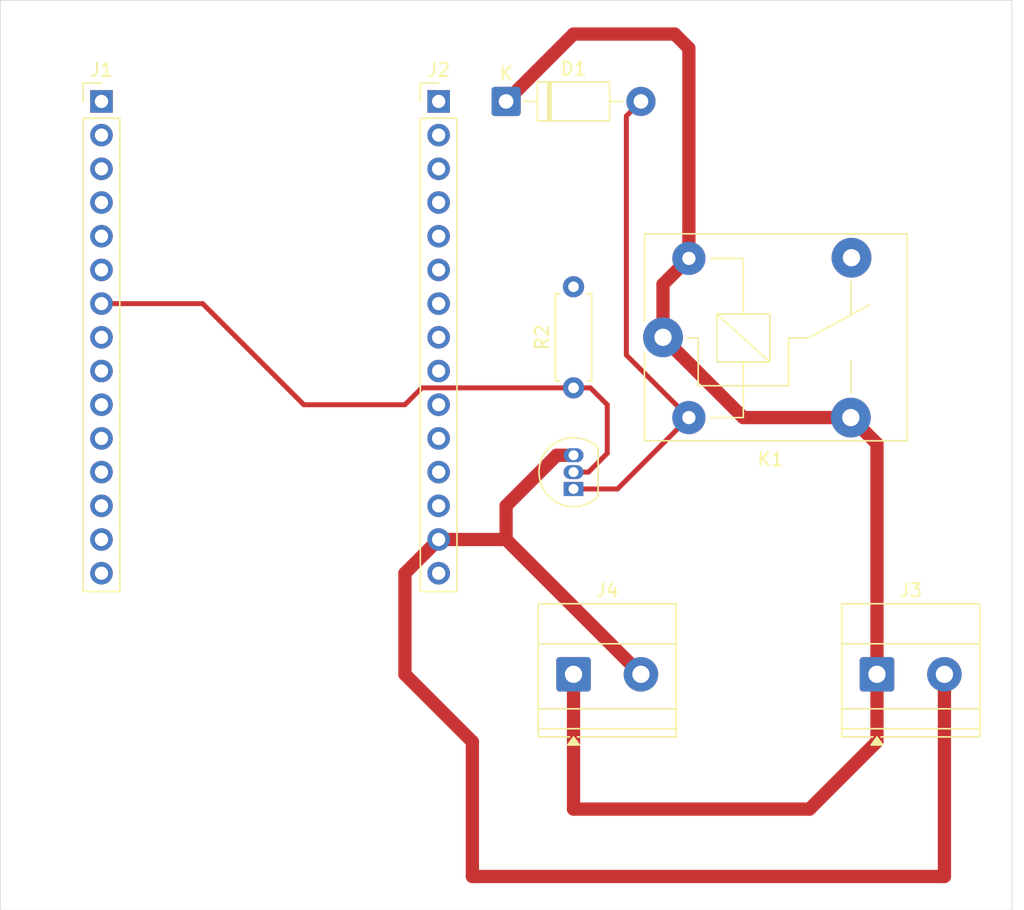
<source format=kicad_pcb>
(kicad_pcb (version 20241229) (generator "pcbnew") (generator_version "9.0")
  (layers (0 "F.Cu" signal) (2 "B.Cu" signal) (13 "F.Paste" user) (15 "B.Paste" user) (5 "F.SilkS" user "F.Silkscreen") (7 "B.SilkS" user "B.Silkscreen") (1 "F.Mask" user) (3 "B.Mask" user) (25 "Edge.Cuts" user))
  (net 0 "")
  (net 1 "Net-(D1-A)")
  (net 2 "+12V")
  (net 10 "/RELAY_TRIG")
  (net 23 "GND")
  (footprint "Resistor_THT:R_Axial_DIN0207_L6.3mm_D2.5mm_P7.62mm_Horizontal" (layer "F.Cu") (at 185.42 102.87 90)
    (property "Reference" "R2" (at 3.81 -2.37 90) (layer "F.SilkS"))
    (property "Value" "1k")
    (fp_line (start 7.08 -1.37) (end 7.08 -1.04) (stroke (width 0.12)) (layer "F.SilkS"))
    (fp_line (start 0.54 -1.37) (end 7.08 -1.37) (stroke (width 0.12)) (layer "F.SilkS"))
    (fp_line (start 0.54 -1.04) (end 0.54 -1.37) (stroke (width 0.12)) (layer "F.SilkS"))
    (fp_line (start 0.54 1.04) (end 0.54 1.37) (stroke (width 0.12)) (layer "F.SilkS"))
    (fp_line (start 7.08 1.37) (end 7.08 1.04) (stroke (width 0.12)) (layer "F.SilkS"))
    (fp_line (start 0.54 1.37) (end 7.08 1.37) (stroke (width 0.12)) (layer "F.SilkS"))
    (pad "1" thru_hole circle (at 0 0 90) (size 1.6 1.6) (drill 0.8) (layers "*.Cu" "*.Mask") (net 10 "/RELAY_TRIG"))
    (pad "2" thru_hole circle (at 7.62 0 90) (size 1.6 1.6) (drill 0.8) (layers "*.Cu" "*.Mask"))
  )
  (footprint "TerminalBlock_Phoenix:TerminalBlock_Phoenix_MKDS-1,5-2-5.08_1x02_P5.08mm_Horizontal" (layer "F.Cu") (at 208.28 124.46)
    (property "Reference" "J3" (at 2.54 -6.32 0) (layer "F.SilkS"))
    (property "Value" "Screw_Terminal_01x02")
    (fp_line (start -2.66 -5.32) (end 7.74 -5.32) (stroke (width 0.12)) (layer "F.SilkS"))
    (fp_line (start -2.66 -2.3) (end 7.74 -2.3) (stroke (width 0.12)) (layer "F.SilkS"))
    (fp_line (start -2.66 2.6) (end 7.74 2.6) (stroke (width 0.12)) (layer "F.SilkS"))
    (fp_line (start -2.66 4.1) (end 7.74 4.1) (stroke (width 0.12)) (layer "F.SilkS"))
    (fp_line (start -2.66 4.72) (end -2.66 -5.32) (stroke (width 0.12)) (layer "F.SilkS"))
    (fp_line (start -0.3 4.72) (end -2.66 4.72) (stroke (width 0.12)) (layer "F.SilkS"))
    (fp_line (start 7.74 -5.32) (end 7.74 4.72) (stroke (width 0.12)) (layer "F.SilkS"))
    (fp_line (start 7.74 4.72) (end 0.3 4.72) (stroke (width 0.12)) (layer "F.SilkS"))
    (fp_poly (pts (xy 0 4.72) (xy 0.44 5.33) (xy -0.44 5.33)) (stroke (width 0.12)) (fill yes) (layer "F.SilkS"))
    (pad "1" thru_hole roundrect (at 0 0) (size 2.6 2.6) (drill 1.3) (layers "*.Cu" "*.Mask") (roundrect_rratio 0.096154) (net 2 "+12V"))
    (pad "2" thru_hole circle (at 5.08 0) (size 2.6 2.6) (drill 1.3) (layers "*.Cu" "*.Mask") (net 23 "GND"))
  )
  (footprint "Connector_PinHeader_2.54mm:PinHeader_1x15_P2.54mm_Vertical" (layer "F.Cu") (at 175.26 81.28)
    (property "Reference" "J2" (at 0 -2.38 0) (layer "F.SilkS"))
    (property "Value" "Conn_01x15_Pin")
    (fp_line (start -1.38 -1.38) (end 0 -1.38) (stroke (width 0.12)) (layer "F.SilkS"))
    (fp_line (start -1.38 0) (end -1.38 -1.38) (stroke (width 0.12)) (layer "F.SilkS"))
    (fp_line (start -1.38 1.27) (end -1.38 36.94) (stroke (width 0.12)) (layer "F.SilkS"))
    (fp_line (start -1.38 1.27) (end 1.38 1.27) (stroke (width 0.12)) (layer "F.SilkS"))
    (fp_line (start -1.38 36.94) (end 1.38 36.94) (stroke (width 0.12)) (layer "F.SilkS"))
    (fp_line (start 1.38 1.27) (end 1.38 36.94) (stroke (width 0.12)) (layer "F.SilkS"))
    (pad "1" thru_hole rect (at 0 0) (size 1.7 1.7) (drill 1) (layers "*.Cu" "*.Mask"))
    (pad "2" thru_hole circle (at 0 2.54) (size 1.7 1.7) (drill 1) (layers "*.Cu" "*.Mask"))
    (pad "3" thru_hole circle (at 0 5.08) (size 1.7 1.7) (drill 1) (layers "*.Cu" "*.Mask"))
    (pad "4" thru_hole circle (at 0 7.62) (size 1.7 1.7) (drill 1) (layers "*.Cu" "*.Mask"))
    (pad "5" thru_hole circle (at 0 10.16) (size 1.7 1.7) (drill 1) (layers "*.Cu" "*.Mask"))
    (pad "6" thru_hole circle (at 0 12.7) (size 1.7 1.7) (drill 1) (layers "*.Cu" "*.Mask"))
    (pad "7" thru_hole circle (at 0 15.24) (size 1.7 1.7) (drill 1) (layers "*.Cu" "*.Mask"))
    (pad "8" thru_hole circle (at 0 17.78) (size 1.7 1.7) (drill 1) (layers "*.Cu" "*.Mask"))
    (pad "9" thru_hole circle (at 0 20.32) (size 1.7 1.7) (drill 1) (layers "*.Cu" "*.Mask"))
    (pad "10" thru_hole circle (at 0 22.86) (size 1.7 1.7) (drill 1) (layers "*.Cu" "*.Mask"))
    (pad "11" thru_hole circle (at 0 25.4) (size 1.7 1.7) (drill 1) (layers "*.Cu" "*.Mask"))
    (pad "12" thru_hole circle (at 0 27.94) (size 1.7 1.7) (drill 1) (layers "*.Cu" "*.Mask"))
    (pad "13" thru_hole circle (at 0 30.48) (size 1.7 1.7) (drill 1) (layers "*.Cu" "*.Mask"))
    (pad "14" thru_hole circle (at 0 33.02) (size 1.7 1.7) (drill 1) (layers "*.Cu" "*.Mask") (net 23 "GND"))
    (pad "15" thru_hole circle (at 0 35.56) (size 1.7 1.7) (drill 1) (layers "*.Cu" "*.Mask"))
  )
  (footprint "Package_TO_SOT_THT:TO-92_Inline" (layer "F.Cu") (at 185.42 110.49 90)
    (property "Reference" "Q1" (hide yes))
    (property "Value" "NPN")
    (fp_line (start -0.53 1.85) (end 3.07 1.85) (stroke (width 0.12)) (layer "F.SilkS"))
    (fp_arc (start 1.27 -2.6) (mid 3.672087 -0.994977) (end 3.108478 1.838478) (stroke (width 0.12)) (layer "F.SilkS"))
    (fp_arc (start -0.568478 1.838478) (mid -1.132087 -0.994977) (end 1.27 -2.6) (stroke (width 0.12)) (layer "F.SilkS"))
    (pad "1" thru_hole rect (at 0 0 90) (size 1.05 1.5) (drill 0.75) (layers "*.Cu" "*.Mask") (net 1 "Net-(D1-A)"))
    (pad "2" thru_hole oval (at 1.27 0 90) (size 1.05 1.5) (drill 0.75) (layers "*.Cu" "*.Mask") (net 10 "/RELAY_TRIG"))
    (pad "3" thru_hole oval (at 2.54 0 90) (size 1.05 1.5) (drill 0.75) (layers "*.Cu" "*.Mask") (net 23 "GND"))
  )
  (footprint "Diode_THT:D_DO-41_SOD81_P10.16mm_Horizontal" (layer "F.Cu") (at 180.34 81.28)
    (property "Reference" "D1" (at 5.08 -2.47 0) (layer "F.SilkS"))
    (property "Value" "D_Small")
    (fp_line (start 1.34 0) (end 2.36 0) (stroke (width 0.12)) (layer "F.SilkS"))
    (fp_line (start 3.14 -1.47) (end 3.14 1.47) (stroke (width 0.12)) (layer "F.SilkS"))
    (fp_line (start 3.26 -1.47) (end 3.26 1.47) (stroke (width 0.12)) (layer "F.SilkS"))
    (fp_line (start 3.38 -1.47) (end 3.38 1.47) (stroke (width 0.12)) (layer "F.SilkS"))
    (fp_line (start 8.82 0) (end 7.8 0) (stroke (width 0.12)) (layer "F.SilkS"))
    (fp_rect (start 2.36 -1.47) (end 7.8 1.47) (stroke (width 0.12)) (fill no) (layer "F.SilkS"))
    (fp_text user "K" (at 0 -2.1 0) (layer "F.SilkS"))
    (pad "1" thru_hole roundrect (at 0 0) (size 2.2 2.2) (drill 1.1) (layers "*.Cu" "*.Mask") (roundrect_rratio 0.113636) (net 2 "+12V"))
    (pad "2" thru_hole circle (at 10.16 0) (size 2.2 2.2) (drill 1.1) (layers "*.Cu" "*.Mask") (net 1 "Net-(D1-A)"))
  )
  (footprint "TerminalBlock_Phoenix:TerminalBlock_Phoenix_MKDS-1,5-2-5.08_1x02_P5.08mm_Horizontal" (layer "F.Cu") (at 185.42 124.46)
    (property "Reference" "J4" (at 2.54 -6.32 0) (layer "F.SilkS"))
    (property "Value" "Barrel_Jack")
    (fp_line (start -2.66 -5.32) (end 7.74 -5.32) (stroke (width 0.12)) (layer "F.SilkS"))
    (fp_line (start -2.66 -2.3) (end 7.74 -2.3) (stroke (width 0.12)) (layer "F.SilkS"))
    (fp_line (start -2.66 2.6) (end 7.74 2.6) (stroke (width 0.12)) (layer "F.SilkS"))
    (fp_line (start -2.66 4.1) (end 7.74 4.1) (stroke (width 0.12)) (layer "F.SilkS"))
    (fp_line (start -2.66 4.72) (end -2.66 -5.32) (stroke (width 0.12)) (layer "F.SilkS"))
    (fp_line (start -0.3 4.72) (end -2.66 4.72) (stroke (width 0.12)) (layer "F.SilkS"))
    (fp_line (start 7.74 -5.32) (end 7.74 4.72) (stroke (width 0.12)) (layer "F.SilkS"))
    (fp_line (start 7.74 4.72) (end 0.3 4.72) (stroke (width 0.12)) (layer "F.SilkS"))
    (fp_poly (pts (xy 0 4.72) (xy 0.44 5.33) (xy -0.44 5.33)) (stroke (width 0.12)) (fill yes) (layer "F.SilkS"))
    (pad "1" thru_hole roundrect (at 0 0) (size 2.6 2.6) (drill 1.3) (layers "*.Cu" "*.Mask") (roundrect_rratio 0.096154) (net 2 "+12V"))
    (pad "2" thru_hole circle (at 5.08 0) (size 2.6 2.6) (drill 1.3) (layers "*.Cu" "*.Mask") (net 23 "GND"))
  )
  (footprint "Relay_THT:Relay_SPDT_SANYOU_SRD_Series_Form_C" (layer "F.Cu") (at 192.16 99.06)
    (property "Reference" "K1" (at 8.1 9.2 0) (layer "F.SilkS"))
    (property "Value" "SANYOU_SRD_Form_C")
    (fp_line (start -1.4 -7.8) (end -1.4 -1.2) (stroke (width 0.12)) (layer "F.SilkS"))
    (fp_line (start -1.4 -7.8) (end 18.4 -7.8) (stroke (width 0.12)) (layer "F.SilkS"))
    (fp_line (start -1.4 1.2) (end -1.4 7.8) (stroke (width 0.12)) (layer "F.SilkS"))
    (fp_line (start 2.65 0.05) (end 1.85 0.05) (stroke (width 0.12)) (layer "F.SilkS"))
    (fp_line (start 2.65 0.05) (end 2.65 3.65) (stroke (width 0.12)) (layer "F.SilkS"))
    (fp_line (start 3.55 6.05) (end 6.05 6.05) (stroke (width 0.12)) (layer "F.SilkS"))
    (fp_line (start 4.05 -1.75) (end 8.05 -1.75) (stroke (width 0.12)) (layer "F.SilkS"))
    (fp_line (start 4.05 1.85) (end 4.05 -1.75) (stroke (width 0.12)) (layer "F.SilkS"))
    (fp_line (start 6.05 -5.95) (end 3.55 -5.95) (stroke (width 0.12)) (layer "F.SilkS"))
    (fp_line (start 6.05 -5.95) (end 6.05 -1.75) (stroke (width 0.12)) (layer "F.SilkS"))
    (fp_line (start 6.05 1.85) (end 6.05 6.05) (stroke (width 0.12)) (layer "F.SilkS"))
    (fp_line (start 8.05 -1.75) (end 8.05 1.85) (stroke (width 0.12)) (layer "F.SilkS"))
    (fp_line (start 8.05 1.85) (end 4.05 -1.75) (stroke (width 0.12)) (layer "F.SilkS"))
    (fp_line (start 8.05 1.85) (end 4.05 1.85) (stroke (width 0.12)) (layer "F.SilkS"))
    (fp_line (start 9.45 0.05) (end 9.45 3.65) (stroke (width 0.12)) (layer "F.SilkS"))
    (fp_line (start 9.45 0.05) (end 10.95 0.05) (stroke (width 0.12)) (layer "F.SilkS"))
    (fp_line (start 9.45 3.65) (end 2.65 3.65) (stroke (width 0.12)) (layer "F.SilkS"))
    (fp_line (start 10.95 0.05) (end 15.55 -2.45) (stroke (width 0.12)) (layer "F.SilkS"))
    (fp_line (start 14.15 -4.2) (end 14.15 -1.7) (stroke (width 0.12)) (layer "F.SilkS"))
    (fp_line (start 14.15 4.2) (end 14.15 1.75) (stroke (width 0.12)) (layer "F.SilkS"))
    (fp_line (start 18.4 -7.8) (end 18.4 7.8) (stroke (width 0.12)) (layer "F.SilkS"))
    (fp_line (start 18.4 7.8) (end -1.4 7.8) (stroke (width 0.12)) (layer "F.SilkS"))
    (pad "1" thru_hole circle (at 0 0 90) (size 3 3) (drill 1.3) (layers "*.Cu" "*.Mask") (net 2 "+12V"))
    (pad "2" thru_hole circle (at 1.95 6.05 90) (size 2.5 2.5) (drill 1) (layers "*.Cu" "*.Mask") (net 1 "Net-(D1-A)"))
    (pad "3" thru_hole circle (at 14.15 6.05 90) (size 3 3) (drill 1.3) (layers "*.Cu" "*.Mask") (net 2 "+12V"))
    (pad "4" thru_hole circle (at 14.2 -6 90) (size 3 3) (drill 1.3) (layers "*.Cu" "*.Mask"))
    (pad "5" thru_hole circle (at 1.95 -5.95 90) (size 2.5 2.5) (drill 1) (layers "*.Cu" "*.Mask") (net 2 "+12V"))
  )
  (footprint "Connector_PinHeader_2.54mm:PinHeader_1x15_P2.54mm_Vertical" (layer "F.Cu") (at 149.86 81.28)
    (property "Reference" "J1" (at 0 -2.38 0) (layer "F.SilkS"))
    (property "Value" "Conn_01x15_Pin")
    (fp_line (start -1.38 -1.38) (end 0 -1.38) (stroke (width 0.12)) (layer "F.SilkS"))
    (fp_line (start -1.38 0) (end -1.38 -1.38) (stroke (width 0.12)) (layer "F.SilkS"))
    (fp_line (start -1.38 1.27) (end -1.38 36.94) (stroke (width 0.12)) (layer "F.SilkS"))
    (fp_line (start -1.38 1.27) (end 1.38 1.27) (stroke (width 0.12)) (layer "F.SilkS"))
    (fp_line (start -1.38 36.94) (end 1.38 36.94) (stroke (width 0.12)) (layer "F.SilkS"))
    (fp_line (start 1.38 1.27) (end 1.38 36.94) (stroke (width 0.12)) (layer "F.SilkS"))
    (pad "1" thru_hole rect (at 0 0) (size 1.7 1.7) (drill 1) (layers "*.Cu" "*.Mask"))
    (pad "2" thru_hole circle (at 0 2.54) (size 1.7 1.7) (drill 1) (layers "*.Cu" "*.Mask"))
    (pad "3" thru_hole circle (at 0 5.08) (size 1.7 1.7) (drill 1) (layers "*.Cu" "*.Mask"))
    (pad "4" thru_hole circle (at 0 7.62) (size 1.7 1.7) (drill 1) (layers "*.Cu" "*.Mask"))
    (pad "5" thru_hole circle (at 0 10.16) (size 1.7 1.7) (drill 1) (layers "*.Cu" "*.Mask"))
    (pad "6" thru_hole circle (at 0 12.7) (size 1.7 1.7) (drill 1) (layers "*.Cu" "*.Mask"))
    (pad "7" thru_hole circle (at 0 15.24) (size 1.7 1.7) (drill 1) (layers "*.Cu" "*.Mask") (net 10 "/RELAY_TRIG"))
    (pad "8" thru_hole circle (at 0 17.78) (size 1.7 1.7) (drill 1) (layers "*.Cu" "*.Mask"))
    (pad "9" thru_hole circle (at 0 20.32) (size 1.7 1.7) (drill 1) (layers "*.Cu" "*.Mask"))
    (pad "10" thru_hole circle (at 0 22.86) (size 1.7 1.7) (drill 1) (layers "*.Cu" "*.Mask"))
    (pad "11" thru_hole circle (at 0 25.4) (size 1.7 1.7) (drill 1) (layers "*.Cu" "*.Mask"))
    (pad "12" thru_hole circle (at 0 27.94) (size 1.7 1.7) (drill 1) (layers "*.Cu" "*.Mask"))
    (pad "13" thru_hole circle (at 0 30.48) (size 1.7 1.7) (drill 1) (layers "*.Cu" "*.Mask"))
    (pad "14" thru_hole circle (at 0 33.02) (size 1.7 1.7) (drill 1) (layers "*.Cu" "*.Mask"))
    (pad "15" thru_hole circle (at 0 35.56) (size 1.7 1.7) (drill 1) (layers "*.Cu" "*.Mask"))
  )
  (gr_rect (start 142.24 73.66) (end 218.44 142.24) (stroke (width 0.05)) (fill no) (layer "Edge.Cuts"))
  (segment (start 189.400001 100.400001) (end 194.11 105.11) (width 0.375) (layer "F.Cu") (net 1))
  (segment (start 189.400001 82.379999) (end 189.400001 100.400001) (width 0.375) (layer "F.Cu") (net 1))
  (segment (start 185.42 110.49) (end 188.73 110.49) (width 0.375) (layer "F.Cu") (net 1))
  (segment (start 188.73 110.49) (end 194.11 105.11) (width 0.375) (layer "F.Cu") (net 1))
  (segment (start 190.5 81.28) (end 189.400001 82.379999) (width 0.375) (layer "F.Cu") (net 1))
  (segment (start 203.2 134.62) (end 208.28 129.54) (width 1) (layer "F.Cu") (net 2))
  (segment (start 206.31 105.11) (end 198.21 105.11) (width 1) (layer "F.Cu") (net 2))
  (segment (start 208.28 124.46) (end 208.28 107.08) (width 1) (layer "F.Cu") (net 2))
  (segment (start 185.42 124.46) (end 185.42 134.62) (width 1) (layer "F.Cu") (net 2))
  (segment (start 208.28 107.08) (end 206.31 105.11) (width 1) (layer "F.Cu") (net 2))
  (segment (start 208.28 129.54) (end 208.28 124.46) (width 1) (layer "F.Cu") (net 2))
  (segment (start 185.42 134.62) (end 203.2 134.62) (width 1) (layer "F.Cu") (net 2))
  (segment (start 194.11 77.27) (end 193.04 76.2) (width 1) (layer "F.Cu") (net 2))
  (segment (start 194.11 93.11) (end 194.11 77.27) (width 1) (layer "F.Cu") (net 2))
  (segment (start 192.16 99.06) (end 192.16 95.06) (width 1) (layer "F.Cu") (net 2))
  (segment (start 198.21 105.11) (end 192.16 99.06) (width 1) (layer "F.Cu") (net 2))
  (segment (start 192.16 95.06) (end 194.11 93.11) (width 1) (layer "F.Cu") (net 2))
  (segment (start 193.04 76.2) (end 185.42 76.2) (width 1) (layer "F.Cu") (net 2))
  (segment (start 185.42 76.2) (end 180.34 81.28) (width 1) (layer "F.Cu") (net 2))
  (segment (start 186.545 109.22) (end 187.96 107.805) (width 0.375) (layer "F.Cu") (net 10))
  (segment (start 165.1 104.14) (end 172.72 104.14) (width 0.375) (layer "F.Cu") (net 10))
  (segment (start 187.96 107.805) (end 187.96 104.14) (width 0.375) (layer "F.Cu") (net 10))
  (segment (start 173.99 102.87) (end 185.42 102.87) (width 0.375) (layer "F.Cu") (net 10))
  (segment (start 185.42 109.22) (end 186.545 109.22) (width 0.375) (layer "F.Cu") (net 10))
  (segment (start 172.72 104.14) (end 173.99 102.87) (width 0.375) (layer "F.Cu") (net 10))
  (segment (start 186.69 102.87) (end 185.42 102.87) (width 0.375) (layer "F.Cu") (net 10))
  (segment (start 149.86 96.52) (end 157.48 96.52) (width 0.375) (layer "F.Cu") (net 10))
  (segment (start 187.96 104.14) (end 186.69 102.87) (width 0.375) (layer "F.Cu") (net 10))
  (segment (start 157.48 96.52) (end 165.1 104.14) (width 0.375) (layer "F.Cu") (net 10))
  (segment (start 213.36 124.46) (end 213.36 139.7) (width 1) (layer "F.Cu") (net 23))
  (segment (start 172.72 124.46) (end 172.72 116.84) (width 1) (layer "F.Cu") (net 23))
  (segment (start 185.42 107.95) (end 184.15 107.95) (width 1) (layer "F.Cu") (net 23))
  (segment (start 175.26 114.3) (end 180.34 114.3) (width 1) (layer "F.Cu") (net 23))
  (segment (start 177.8 139.7) (end 177.8 129.54) (width 1) (layer "F.Cu") (net 23))
  (segment (start 180.34 114.3) (end 190.5 124.46) (width 1) (layer "F.Cu") (net 23))
  (segment (start 213.36 139.7) (end 177.8 139.7) (width 1) (layer "F.Cu") (net 23))
  (segment (start 172.72 116.84) (end 175.26 114.3) (width 1) (layer "F.Cu") (net 23))
  (segment (start 184.15 107.95) (end 180.34 111.76) (width 1) (layer "F.Cu") (net 23))
  (segment (start 177.8 129.54) (end 172.72 124.46) (width 1) (layer "F.Cu") (net 23))
  (segment (start 180.34 111.76) (end 180.34 114.3) (width 1) (layer "F.Cu") (net 23))
)
</source>
